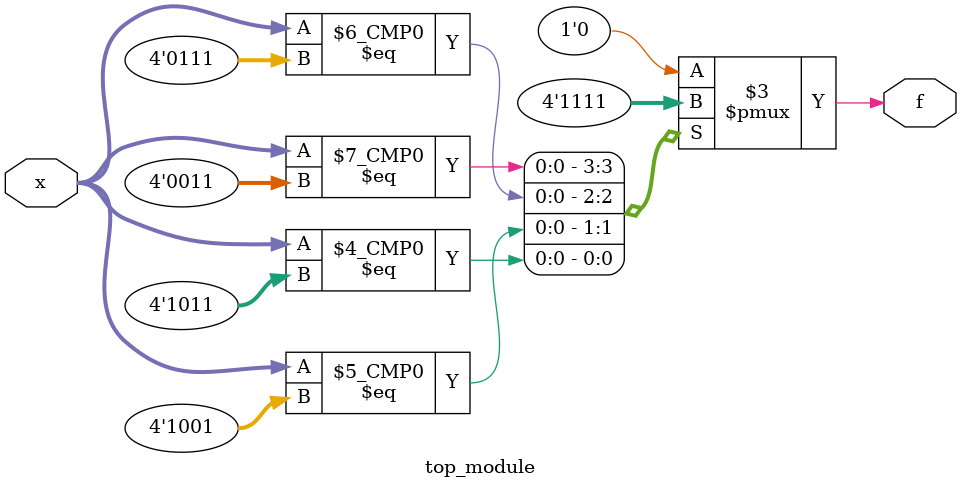
<source format=sv>
module top_module (
    input [4:1] x,
    output logic f
);

always_comb begin
    case ({x[4], x[3], x[2], x[1]})
        4'b0001: f = 1'b0;
        4'b0011: f = 1'b1;
        4'b0101: f = 1'b0;
        4'b0111: f = 1'b1;
        4'b1001: f = 1'b1;
        4'b1011: f = 1'b1;
        default: f = 1'b0;
    endcase
end

endmodule

</source>
